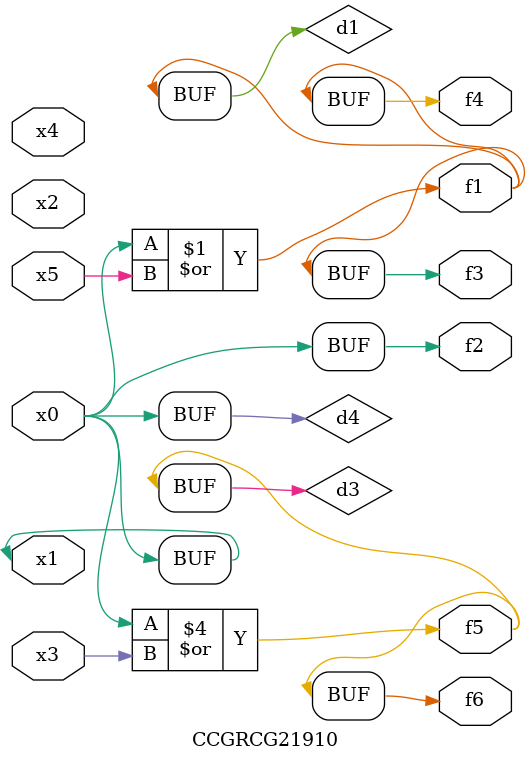
<source format=v>
module CCGRCG21910(
	input x0, x1, x2, x3, x4, x5,
	output f1, f2, f3, f4, f5, f6
);

	wire d1, d2, d3, d4;

	or (d1, x0, x5);
	xnor (d2, x1, x4);
	or (d3, x0, x3);
	buf (d4, x0, x1);
	assign f1 = d1;
	assign f2 = d4;
	assign f3 = d1;
	assign f4 = d1;
	assign f5 = d3;
	assign f6 = d3;
endmodule

</source>
